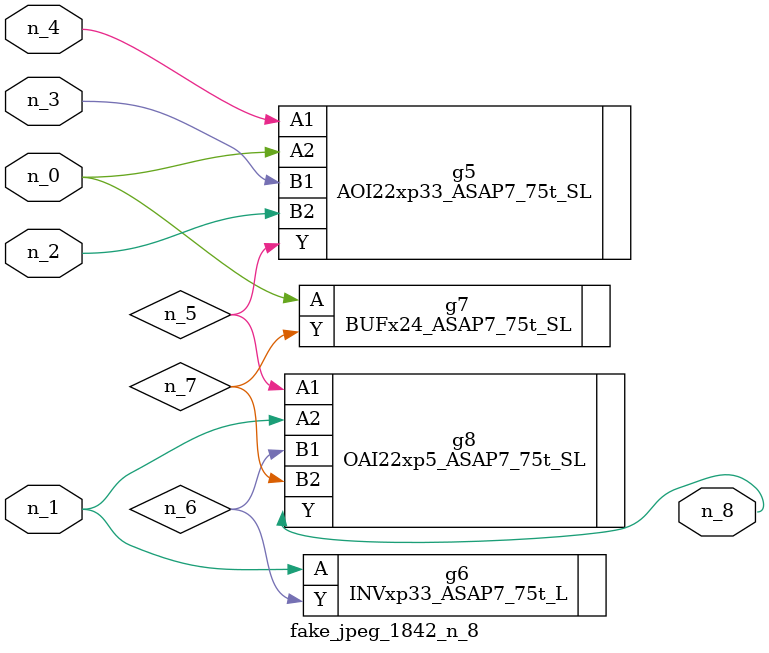
<source format=v>
module fake_jpeg_1842_n_8 (n_3, n_2, n_1, n_0, n_4, n_8);

input n_3;
input n_2;
input n_1;
input n_0;
input n_4;

output n_8;

wire n_6;
wire n_5;
wire n_7;

AOI22xp33_ASAP7_75t_SL g5 ( 
.A1(n_4),
.A2(n_0),
.B1(n_3),
.B2(n_2),
.Y(n_5)
);

INVxp33_ASAP7_75t_L g6 ( 
.A(n_1),
.Y(n_6)
);

BUFx24_ASAP7_75t_SL g7 ( 
.A(n_0),
.Y(n_7)
);

OAI22xp5_ASAP7_75t_SL g8 ( 
.A1(n_5),
.A2(n_1),
.B1(n_6),
.B2(n_7),
.Y(n_8)
);


endmodule
</source>
